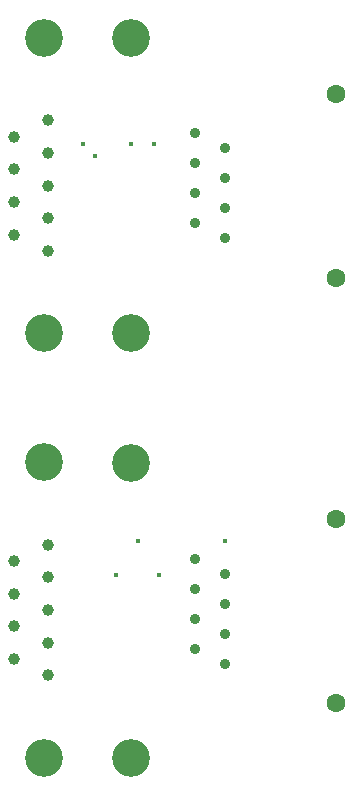
<source format=gbr>
%TF.GenerationSoftware,KiCad,Pcbnew,5.1.9+dfsg1-1~bpo10+1*%
%TF.CreationDate,2021-11-01T15:58:38+00:00*%
%TF.ProjectId,rack-ser-adapter,7261636b-2d73-4657-922d-616461707465,rev?*%
%TF.SameCoordinates,Original*%
%TF.FileFunction,Plated,1,2,PTH,Drill*%
%TF.FilePolarity,Positive*%
%FSLAX46Y46*%
G04 Gerber Fmt 4.6, Leading zero omitted, Abs format (unit mm)*
G04 Created by KiCad (PCBNEW 5.1.9+dfsg1-1~bpo10+1) date 2021-11-01 15:58:38*
%MOMM*%
%LPD*%
G01*
G04 APERTURE LIST*
%TA.AperFunction,ViaDrill*%
%ADD10C,0.400000*%
%TD*%
%TA.AperFunction,ComponentDrill*%
%ADD11C,0.900000*%
%TD*%
%TA.AperFunction,ComponentDrill*%
%ADD12C,1.000000*%
%TD*%
%TA.AperFunction,ComponentDrill*%
%ADD13C,1.600000*%
%TD*%
%TA.AperFunction,ComponentDrill*%
%ADD14C,3.200000*%
%TD*%
G04 APERTURE END LIST*
D10*
X108000000Y-84000000D03*
X109000000Y-85000000D03*
X110800000Y-120500000D03*
X112000000Y-84000000D03*
X112600000Y-117600000D03*
X114000000Y-84000000D03*
X114400000Y-120500000D03*
X120000000Y-117600000D03*
D11*
%TO.C,J2*%
X117460000Y-83110000D03*
X117460000Y-85650000D03*
X117460000Y-88190000D03*
X117460000Y-90730000D03*
%TO.C,J4*%
X117460000Y-119110000D03*
X117460000Y-121650000D03*
X117460000Y-124190000D03*
X117460000Y-126730000D03*
%TO.C,J2*%
X120000000Y-84380000D03*
X120000000Y-86920000D03*
X120000000Y-89460000D03*
X120000000Y-92000000D03*
%TO.C,J4*%
X120000000Y-120380000D03*
X120000000Y-122920000D03*
X120000000Y-125460000D03*
X120000000Y-128000000D03*
D12*
%TO.C,J1*%
X102160000Y-83385000D03*
X102160000Y-86155000D03*
X102160000Y-88925000D03*
X102160000Y-91695000D03*
%TO.C,J3*%
X102160000Y-119305000D03*
X102160000Y-122075000D03*
X102160000Y-124845000D03*
X102160000Y-127615000D03*
%TO.C,J1*%
X105000000Y-82000000D03*
X105000000Y-84770000D03*
X105000000Y-87540000D03*
X105000000Y-90310000D03*
X105000000Y-93080000D03*
%TO.C,J3*%
X105000000Y-117920000D03*
X105000000Y-120690000D03*
X105000000Y-123460000D03*
X105000000Y-126230000D03*
X105000000Y-129000000D03*
D13*
%TO.C,J2*%
X129400000Y-79785000D03*
X129400000Y-95325000D03*
%TO.C,J4*%
X129400000Y-115785000D03*
X129400000Y-131325000D03*
D14*
%TO.C,J1*%
X104700000Y-75040000D03*
X104700000Y-100040000D03*
%TO.C,J3*%
X104700000Y-110960000D03*
X104700000Y-135960000D03*
%TO.C,H1*%
X112000000Y-75000000D03*
%TO.C,H2*%
X112000000Y-100000000D03*
%TO.C,H3*%
X112000000Y-111000000D03*
%TO.C,H4*%
X112000000Y-136000000D03*
M02*

</source>
